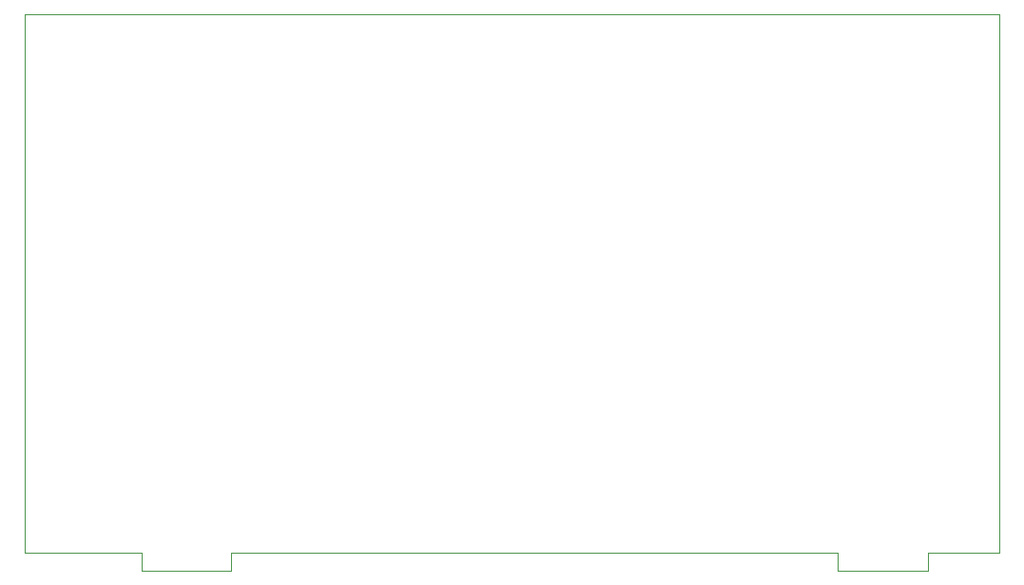
<source format=gbr>
G04 #@! TF.GenerationSoftware,KiCad,Pcbnew,(6.0.0)*
G04 #@! TF.CreationDate,2022-12-26T18:08:21+03:00*
G04 #@! TF.ProjectId,right,72696768-742e-46b6-9963-61645f706362,rev?*
G04 #@! TF.SameCoordinates,Original*
G04 #@! TF.FileFunction,Profile,NP*
%FSLAX46Y46*%
G04 Gerber Fmt 4.6, Leading zero omitted, Abs format (unit mm)*
G04 Created by KiCad (PCBNEW (6.0.0)) date 2022-12-26 18:08:21*
%MOMM*%
%LPD*%
G01*
G04 APERTURE LIST*
G04 #@! TA.AperFunction,Profile*
%ADD10C,0.050000*%
G04 #@! TD*
G04 APERTURE END LIST*
D10*
X140000000Y-118000000D02*
X194000000Y-118000000D01*
X140000000Y-119600000D02*
X140000000Y-118000000D01*
X132000000Y-119600000D02*
X140000000Y-119600000D01*
X132000000Y-118000000D02*
X132000000Y-119600000D01*
X121600000Y-118000000D02*
X132000000Y-118000000D01*
X194000000Y-119600000D02*
X194000000Y-118000000D01*
X202000000Y-119600000D02*
X194000000Y-119600000D01*
X202000000Y-118000000D02*
X202000000Y-119600000D01*
X208400000Y-118000000D02*
X202000000Y-118000000D01*
X121600000Y-70000000D02*
X121600000Y-118000000D01*
X208400000Y-70000000D02*
X208400000Y-118000000D01*
X121600000Y-70000000D02*
X208400000Y-70000000D01*
M02*

</source>
